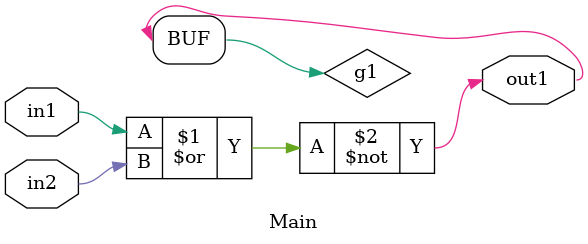
<source format=v>
module Main(in1, in2, out1);
  output out1;
  input in1, in2;  
  
  assign g1 = in1 ~| in2;
  
  
  assign out1 = g1;
  
  endmodule
  
 // Single Nor Gate
 // Total Gates: 33
 // Gates: 2, 4, 5, 8, 21, 22, 24, 25, 26, 27, 28, 30, 33, 34, 35, 38, 39, 41, 42, 43, 44, 45, 46, 49, 51, 53, 54, 55, 56, 57, 59, 60, 66

</source>
